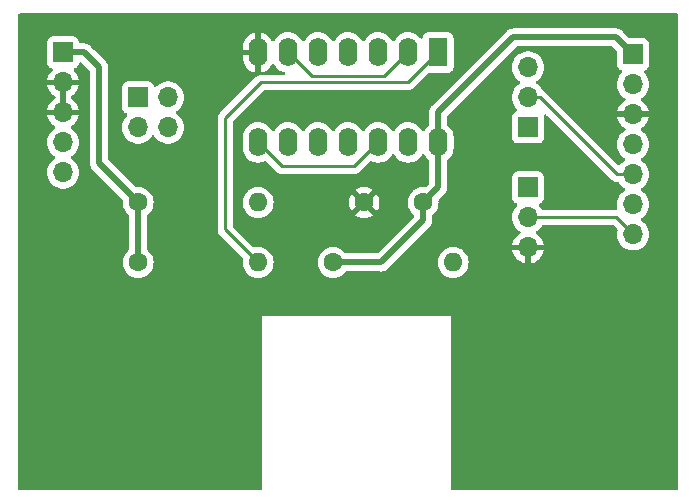
<source format=gbl>
G04 #@! TF.GenerationSoftware,KiCad,Pcbnew,7.0.1-0*
G04 #@! TF.CreationDate,2024-06-17T20:01:34+02:00*
G04 #@! TF.ProjectId,1541_Diskettenlocher,31353431-5f44-4697-936b-657474656e6c,0.2.1*
G04 #@! TF.SameCoordinates,Original*
G04 #@! TF.FileFunction,Copper,L2,Bot*
G04 #@! TF.FilePolarity,Positive*
%FSLAX46Y46*%
G04 Gerber Fmt 4.6, Leading zero omitted, Abs format (unit mm)*
G04 Created by KiCad (PCBNEW 7.0.1-0) date 2024-06-17 20:01:34*
%MOMM*%
%LPD*%
G01*
G04 APERTURE LIST*
G04 #@! TA.AperFunction,ComponentPad*
%ADD10R,1.700000X1.700000*%
G04 #@! TD*
G04 #@! TA.AperFunction,ComponentPad*
%ADD11O,1.700000X1.700000*%
G04 #@! TD*
G04 #@! TA.AperFunction,ComponentPad*
%ADD12C,1.600000*%
G04 #@! TD*
G04 #@! TA.AperFunction,ComponentPad*
%ADD13O,1.600000X1.600000*%
G04 #@! TD*
G04 #@! TA.AperFunction,ComponentPad*
%ADD14R,1.600000X2.400000*%
G04 #@! TD*
G04 #@! TA.AperFunction,ComponentPad*
%ADD15O,1.600000X2.400000*%
G04 #@! TD*
G04 #@! TA.AperFunction,ViaPad*
%ADD16C,0.600000*%
G04 #@! TD*
G04 #@! TA.AperFunction,Conductor*
%ADD17C,0.508000*%
G04 #@! TD*
G04 #@! TA.AperFunction,Conductor*
%ADD18C,0.254000*%
G04 #@! TD*
G04 APERTURE END LIST*
D10*
X110490000Y-126985000D03*
D11*
X110490000Y-124445000D03*
X110490000Y-121905000D03*
D12*
X93980000Y-138430000D03*
D13*
X104140000Y-138430000D03*
D10*
X119380000Y-120808000D03*
D11*
X119380000Y-123348000D03*
X119380000Y-125888000D03*
X119380000Y-128428000D03*
X119380000Y-130968000D03*
X119380000Y-133508000D03*
X119380000Y-136048000D03*
D12*
X101600000Y-133350000D03*
X96600000Y-133350000D03*
X77470000Y-133350000D03*
D13*
X87630000Y-133350000D03*
D14*
X102870000Y-120650000D03*
D15*
X100330000Y-120650000D03*
X97790000Y-120650000D03*
X95250000Y-120650000D03*
X92710000Y-120650000D03*
X90170000Y-120650000D03*
X87630000Y-120650000D03*
X87630000Y-128270000D03*
X90170000Y-128270000D03*
X92710000Y-128270000D03*
X95250000Y-128270000D03*
X97790000Y-128270000D03*
X100330000Y-128270000D03*
X102870000Y-128270000D03*
D12*
X77470000Y-138430000D03*
D13*
X87630000Y-138430000D03*
D10*
X77470000Y-124460000D03*
D11*
X80010000Y-124460000D03*
X77470000Y-127000000D03*
X80010000Y-127000000D03*
D10*
X71120000Y-120650000D03*
D11*
X71120000Y-123190000D03*
X71120000Y-125730000D03*
X71120000Y-128270000D03*
X71120000Y-130810000D03*
D10*
X110490000Y-132080000D03*
D11*
X110490000Y-134620000D03*
X110490000Y-137160000D03*
D16*
X99314000Y-124968000D03*
D17*
X102870000Y-132080000D02*
X101600000Y-133350000D01*
X101600000Y-133350000D02*
X101600000Y-134874000D01*
X74168000Y-121920000D02*
X74168000Y-130048000D01*
X98044000Y-138430000D02*
X93980000Y-138430000D01*
X109220000Y-119380000D02*
X117952000Y-119380000D01*
X117952000Y-119380000D02*
X119380000Y-120808000D01*
X77470000Y-133350000D02*
X77470000Y-138430000D01*
X102870000Y-128270000D02*
X102870000Y-132080000D01*
X74168000Y-130048000D02*
X77470000Y-133350000D01*
X102870000Y-125730000D02*
X109220000Y-119380000D01*
X71120000Y-120650000D02*
X72898000Y-120650000D01*
X72898000Y-120650000D02*
X74168000Y-121920000D01*
X101600000Y-134874000D02*
X98044000Y-138430000D01*
X102870000Y-128270000D02*
X102870000Y-125730000D01*
D18*
X102870000Y-120650000D02*
X100330000Y-123190000D01*
X84836000Y-135636000D02*
X87630000Y-138430000D01*
X84836000Y-126238000D02*
X84836000Y-135636000D01*
X87884000Y-123190000D02*
X84836000Y-126238000D01*
X100330000Y-123190000D02*
X87884000Y-123190000D01*
X110490000Y-134620000D02*
X117952000Y-134620000D01*
X117952000Y-134620000D02*
X119380000Y-136048000D01*
X111491000Y-124445000D02*
X110490000Y-124445000D01*
X118014000Y-130968000D02*
X111491000Y-124445000D01*
X119380000Y-130968000D02*
X118014000Y-130968000D01*
X100330000Y-120650000D02*
X98298000Y-122682000D01*
X92202000Y-122682000D02*
X90170000Y-120650000D01*
X98298000Y-122682000D02*
X92202000Y-122682000D01*
X89662000Y-130302000D02*
X87630000Y-128270000D01*
X95758000Y-130302000D02*
X89662000Y-130302000D01*
X95758000Y-130302000D02*
X97790000Y-128270000D01*
G04 #@! TA.AperFunction,Conductor*
G36*
X123128000Y-117364613D02*
G01*
X123173387Y-117410000D01*
X123190000Y-117472000D01*
X123190000Y-157610000D01*
X123173387Y-157672000D01*
X123128000Y-157717387D01*
X123066000Y-157734000D01*
X104124000Y-157734000D01*
X104062000Y-157717387D01*
X104016613Y-157672000D01*
X104000000Y-157610000D01*
X104000000Y-143000000D01*
X88000000Y-143000000D01*
X88000000Y-157610000D01*
X87983387Y-157672000D01*
X87938000Y-157717387D01*
X87876000Y-157734000D01*
X67434000Y-157734000D01*
X67372000Y-157717387D01*
X67326613Y-157672000D01*
X67310000Y-157610000D01*
X67310000Y-130810000D01*
X69756843Y-130810000D01*
X69775435Y-131034363D01*
X69775435Y-131034366D01*
X69775436Y-131034368D01*
X69815447Y-131192368D01*
X69830705Y-131252618D01*
X69921138Y-131458788D01*
X69921140Y-131458791D01*
X70044278Y-131647268D01*
X70196760Y-131812906D01*
X70374424Y-131951189D01*
X70572426Y-132058342D01*
X70785365Y-132131444D01*
X71007431Y-132168500D01*
X71232569Y-132168500D01*
X71454635Y-132131444D01*
X71667574Y-132058342D01*
X71865576Y-131951189D01*
X72043240Y-131812906D01*
X72195722Y-131647268D01*
X72318860Y-131458791D01*
X72409296Y-131252616D01*
X72464564Y-131034368D01*
X72483156Y-130810000D01*
X72464564Y-130585632D01*
X72409296Y-130367384D01*
X72318860Y-130161209D01*
X72195722Y-129972732D01*
X72043240Y-129807094D01*
X71865576Y-129668811D01*
X71829067Y-129649053D01*
X71781563Y-129603474D01*
X71764086Y-129540000D01*
X71781563Y-129476526D01*
X71829067Y-129430946D01*
X71865576Y-129411189D01*
X72043240Y-129272906D01*
X72195722Y-129107268D01*
X72318860Y-128918791D01*
X72409296Y-128712616D01*
X72464564Y-128494368D01*
X72483156Y-128270000D01*
X72464564Y-128045632D01*
X72409296Y-127827384D01*
X72332616Y-127652571D01*
X72318861Y-127621211D01*
X72274982Y-127554049D01*
X72195722Y-127432732D01*
X72043240Y-127267094D01*
X71904956Y-127159462D01*
X71865575Y-127128810D01*
X71822302Y-127105392D01*
X71776663Y-127062842D01*
X71757525Y-127003452D01*
X71769734Y-126942261D01*
X71810198Y-126894763D01*
X71991078Y-126768109D01*
X72158106Y-126601081D01*
X72293600Y-126407576D01*
X72393430Y-126193492D01*
X72450636Y-125980000D01*
X69789364Y-125980000D01*
X69846569Y-126193492D01*
X69946399Y-126407576D01*
X70081893Y-126601081D01*
X70248918Y-126768106D01*
X70429802Y-126894763D01*
X70470265Y-126942261D01*
X70482474Y-127003452D01*
X70463336Y-127062842D01*
X70417698Y-127105392D01*
X70374422Y-127128812D01*
X70196760Y-127267094D01*
X70044279Y-127432730D01*
X69921138Y-127621211D01*
X69851835Y-127779209D01*
X69830704Y-127827384D01*
X69828201Y-127837268D01*
X69775435Y-128045636D01*
X69756843Y-128269999D01*
X69775435Y-128494363D01*
X69775435Y-128494366D01*
X69775436Y-128494368D01*
X69815447Y-128652368D01*
X69830705Y-128712618D01*
X69921138Y-128918788D01*
X69921140Y-128918791D01*
X70044278Y-129107268D01*
X70196760Y-129272906D01*
X70374424Y-129411189D01*
X70374426Y-129411190D01*
X70410931Y-129430946D01*
X70458436Y-129476527D01*
X70475913Y-129540000D01*
X70458436Y-129603473D01*
X70410931Y-129649054D01*
X70374426Y-129668809D01*
X70196760Y-129807094D01*
X70044279Y-129972730D01*
X69921138Y-130161211D01*
X69851835Y-130319209D01*
X69830704Y-130367384D01*
X69786816Y-130540694D01*
X69775435Y-130585636D01*
X69756843Y-130810000D01*
X67310000Y-130810000D01*
X67310000Y-123440000D01*
X69789364Y-123440000D01*
X69846569Y-123653492D01*
X69946399Y-123867576D01*
X70081893Y-124061081D01*
X70248918Y-124228106D01*
X70435031Y-124358425D01*
X70473896Y-124402743D01*
X70487907Y-124460000D01*
X70473896Y-124517257D01*
X70435031Y-124561575D01*
X70248918Y-124691893D01*
X70081890Y-124858921D01*
X69946400Y-125052421D01*
X69846569Y-125266507D01*
X69789364Y-125479999D01*
X69789364Y-125480000D01*
X70870000Y-125480000D01*
X70870000Y-123440000D01*
X71370000Y-123440000D01*
X71370000Y-125480000D01*
X72450636Y-125480000D01*
X72450635Y-125479999D01*
X72393430Y-125266507D01*
X72293599Y-125052421D01*
X72158109Y-124858921D01*
X71991081Y-124691893D01*
X71804968Y-124561575D01*
X71766103Y-124517257D01*
X71752092Y-124460000D01*
X71766103Y-124402743D01*
X71804968Y-124358425D01*
X71991081Y-124228106D01*
X72158106Y-124061081D01*
X72293600Y-123867576D01*
X72393430Y-123653492D01*
X72450636Y-123440000D01*
X71370000Y-123440000D01*
X70870000Y-123440000D01*
X69789364Y-123440000D01*
X67310000Y-123440000D01*
X67310000Y-121548634D01*
X69761500Y-121548634D01*
X69768011Y-121609205D01*
X69819110Y-121746203D01*
X69906738Y-121863261D01*
X70023793Y-121950887D01*
X70023796Y-121950889D01*
X70153382Y-121999222D01*
X70203759Y-122034200D01*
X70231212Y-122089045D01*
X70229023Y-122150338D01*
X70197728Y-122203084D01*
X70081888Y-122318924D01*
X69946400Y-122512421D01*
X69846569Y-122726507D01*
X69789364Y-122939999D01*
X69789364Y-122940000D01*
X72450636Y-122940000D01*
X72450635Y-122939999D01*
X72393430Y-122726507D01*
X72293599Y-122512421D01*
X72158109Y-122318921D01*
X72042272Y-122203084D01*
X72010976Y-122150338D01*
X72008787Y-122089045D01*
X72036240Y-122034200D01*
X72086615Y-121999223D01*
X72216204Y-121950889D01*
X72333261Y-121863261D01*
X72420889Y-121746204D01*
X72455430Y-121653598D01*
X72471988Y-121609205D01*
X72471988Y-121609203D01*
X72471989Y-121609201D01*
X72474073Y-121589807D01*
X72500119Y-121526123D01*
X72556108Y-121486126D01*
X72624801Y-121482136D01*
X72685043Y-121515380D01*
X73032923Y-121863261D01*
X73369181Y-122199519D01*
X73396061Y-122239747D01*
X73405500Y-122287200D01*
X73405500Y-129983418D01*
X73404191Y-130001388D01*
X73400634Y-130025672D01*
X73405028Y-130075896D01*
X73405500Y-130086703D01*
X73405500Y-130092415D01*
X73409159Y-130123731D01*
X73409525Y-130127312D01*
X73416266Y-130204356D01*
X73420619Y-130223992D01*
X73447068Y-130296659D01*
X73448252Y-130300065D01*
X73472587Y-130373504D01*
X73481350Y-130391602D01*
X73523863Y-130456242D01*
X73525798Y-130459279D01*
X73544578Y-130489724D01*
X73565812Y-130524149D01*
X73565813Y-130524150D01*
X73566406Y-130525111D01*
X73579101Y-130540694D01*
X73635375Y-130593786D01*
X73637962Y-130596299D01*
X76134533Y-133092871D01*
X76163374Y-133138141D01*
X76170380Y-133191359D01*
X76156501Y-133349999D01*
X76176456Y-133578084D01*
X76176457Y-133578087D01*
X76234934Y-133796326D01*
X76235717Y-133799246D01*
X76332474Y-134006744D01*
X76332476Y-134006746D01*
X76332477Y-134006749D01*
X76463802Y-134194300D01*
X76625700Y-134356198D01*
X76654625Y-134376452D01*
X76693489Y-134420768D01*
X76707500Y-134478025D01*
X76707500Y-137301975D01*
X76693489Y-137359232D01*
X76654625Y-137403547D01*
X76625700Y-137423802D01*
X76625696Y-137423805D01*
X76463805Y-137585696D01*
X76463802Y-137585699D01*
X76463802Y-137585700D01*
X76413134Y-137658061D01*
X76332474Y-137773255D01*
X76235717Y-137980753D01*
X76176456Y-138201915D01*
X76156501Y-138430000D01*
X76176456Y-138658084D01*
X76235717Y-138879246D01*
X76332474Y-139086744D01*
X76332476Y-139086746D01*
X76332477Y-139086749D01*
X76463802Y-139274300D01*
X76625700Y-139436198D01*
X76813251Y-139567523D01*
X77020757Y-139664284D01*
X77241913Y-139723543D01*
X77470000Y-139743498D01*
X77698087Y-139723543D01*
X77919243Y-139664284D01*
X78126749Y-139567523D01*
X78314300Y-139436198D01*
X78476198Y-139274300D01*
X78607523Y-139086749D01*
X78704284Y-138879243D01*
X78763543Y-138658087D01*
X78783498Y-138430000D01*
X78763543Y-138201913D01*
X78704284Y-137980757D01*
X78607523Y-137773251D01*
X78476198Y-137585700D01*
X78314300Y-137423802D01*
X78285374Y-137403547D01*
X78246511Y-137359232D01*
X78232500Y-137301975D01*
X78232500Y-134478025D01*
X78246511Y-134420768D01*
X78285374Y-134376452D01*
X78314300Y-134356198D01*
X78476198Y-134194300D01*
X78607523Y-134006749D01*
X78704284Y-133799243D01*
X78763543Y-133578087D01*
X78783498Y-133350000D01*
X78763543Y-133121913D01*
X78704284Y-132900757D01*
X78607523Y-132693251D01*
X78476198Y-132505700D01*
X78314300Y-132343802D01*
X78126749Y-132212477D01*
X78126746Y-132212476D01*
X78126744Y-132212474D01*
X77919246Y-132115717D01*
X77919243Y-132115716D01*
X77751287Y-132070712D01*
X77698084Y-132056456D01*
X77469999Y-132036501D01*
X77311359Y-132050380D01*
X77258141Y-132043374D01*
X77212871Y-132014533D01*
X74966819Y-129768481D01*
X74939939Y-129728253D01*
X74930500Y-129680800D01*
X74930500Y-126999999D01*
X76106843Y-126999999D01*
X76125435Y-127224363D01*
X76125435Y-127224366D01*
X76125436Y-127224368D01*
X76178201Y-127432732D01*
X76180705Y-127442618D01*
X76271138Y-127648788D01*
X76271140Y-127648791D01*
X76394278Y-127837268D01*
X76546760Y-128002906D01*
X76724424Y-128141189D01*
X76922426Y-128248342D01*
X77135365Y-128321444D01*
X77357431Y-128358500D01*
X77582569Y-128358500D01*
X77804635Y-128321444D01*
X78017574Y-128248342D01*
X78215576Y-128141189D01*
X78393240Y-128002906D01*
X78545722Y-127837268D01*
X78636192Y-127698793D01*
X78680981Y-127657562D01*
X78739998Y-127642616D01*
X78799016Y-127657561D01*
X78843807Y-127698794D01*
X78934275Y-127837265D01*
X78934277Y-127837267D01*
X78934278Y-127837268D01*
X79086760Y-128002906D01*
X79264424Y-128141189D01*
X79462426Y-128248342D01*
X79675365Y-128321444D01*
X79897431Y-128358500D01*
X80122569Y-128358500D01*
X80344635Y-128321444D01*
X80557574Y-128248342D01*
X80755576Y-128141189D01*
X80933240Y-128002906D01*
X81085722Y-127837268D01*
X81208860Y-127648791D01*
X81299296Y-127442616D01*
X81354564Y-127224368D01*
X81373156Y-127000000D01*
X81354564Y-126775632D01*
X81299296Y-126557384D01*
X81208860Y-126351209D01*
X81121750Y-126217877D01*
X84195765Y-126217877D01*
X84199950Y-126262151D01*
X84200500Y-126273820D01*
X84200500Y-135552150D01*
X84198204Y-135572941D01*
X84200439Y-135644044D01*
X84200500Y-135647939D01*
X84200500Y-135675980D01*
X84201022Y-135680115D01*
X84201937Y-135691749D01*
X84203334Y-135736207D01*
X84209056Y-135755902D01*
X84213001Y-135774948D01*
X84215572Y-135795300D01*
X84231940Y-135836642D01*
X84235722Y-135847689D01*
X84248129Y-135890389D01*
X84258570Y-135908045D01*
X84267127Y-135925513D01*
X84274679Y-135944586D01*
X84300825Y-135980573D01*
X84307225Y-135990315D01*
X84329866Y-136028598D01*
X84329868Y-136028600D01*
X84344363Y-136043095D01*
X84357000Y-136057891D01*
X84369056Y-136074485D01*
X84403328Y-136102838D01*
X84411967Y-136110700D01*
X86321066Y-138019799D01*
X86353160Y-138075386D01*
X86353160Y-138139572D01*
X86336456Y-138201912D01*
X86316501Y-138430000D01*
X86336456Y-138658084D01*
X86395717Y-138879246D01*
X86492474Y-139086744D01*
X86492476Y-139086746D01*
X86492477Y-139086749D01*
X86623802Y-139274300D01*
X86785700Y-139436198D01*
X86973251Y-139567523D01*
X87180757Y-139664284D01*
X87401913Y-139723543D01*
X87630000Y-139743498D01*
X87858087Y-139723543D01*
X88079243Y-139664284D01*
X88286749Y-139567523D01*
X88474300Y-139436198D01*
X88636198Y-139274300D01*
X88767523Y-139086749D01*
X88864284Y-138879243D01*
X88923543Y-138658087D01*
X88943498Y-138430000D01*
X88923543Y-138201913D01*
X88864284Y-137980757D01*
X88767523Y-137773251D01*
X88636198Y-137585700D01*
X88474300Y-137423802D01*
X88286749Y-137292477D01*
X88286746Y-137292476D01*
X88286744Y-137292474D01*
X88079246Y-137195717D01*
X88079243Y-137195716D01*
X87920423Y-137153160D01*
X87858084Y-137136456D01*
X87630000Y-137116501D01*
X87401912Y-137136456D01*
X87339572Y-137153160D01*
X87275386Y-137153160D01*
X87219799Y-137121066D01*
X85507819Y-135409086D01*
X85480939Y-135368858D01*
X85471500Y-135321405D01*
X85471500Y-133350000D01*
X86316501Y-133350000D01*
X86336456Y-133578084D01*
X86336457Y-133578087D01*
X86394934Y-133796326D01*
X86395717Y-133799246D01*
X86492474Y-134006744D01*
X86492476Y-134006746D01*
X86492477Y-134006749D01*
X86623802Y-134194300D01*
X86785700Y-134356198D01*
X86973251Y-134487523D01*
X87180757Y-134584284D01*
X87401913Y-134643543D01*
X87630000Y-134663498D01*
X87858087Y-134643543D01*
X88079243Y-134584284D01*
X88286749Y-134487523D01*
X88370291Y-134429026D01*
X95874526Y-134429026D01*
X95947515Y-134480133D01*
X96153673Y-134576266D01*
X96373397Y-134635141D01*
X96600000Y-134654966D01*
X96826602Y-134635141D01*
X97046326Y-134576266D01*
X97252480Y-134480134D01*
X97325472Y-134429025D01*
X96600001Y-133703553D01*
X96600000Y-133703553D01*
X95874526Y-134429025D01*
X95874526Y-134429026D01*
X88370291Y-134429026D01*
X88474300Y-134356198D01*
X88636198Y-134194300D01*
X88767523Y-134006749D01*
X88864284Y-133799243D01*
X88923543Y-133578087D01*
X88943498Y-133350000D01*
X95295033Y-133350000D01*
X95314858Y-133576602D01*
X95373733Y-133796326D01*
X95469866Y-134002484D01*
X95520972Y-134075471D01*
X95520974Y-134075472D01*
X96246446Y-133350001D01*
X96953553Y-133350001D01*
X97679025Y-134075472D01*
X97730134Y-134002480D01*
X97826266Y-133796326D01*
X97885141Y-133576602D01*
X97904966Y-133350000D01*
X97885141Y-133123397D01*
X97826266Y-132903673D01*
X97730133Y-132697515D01*
X97679025Y-132624526D01*
X96953553Y-133350000D01*
X96953553Y-133350001D01*
X96246446Y-133350001D01*
X96246446Y-133350000D01*
X95520973Y-132624526D01*
X95520973Y-132624527D01*
X95469865Y-132697516D01*
X95373733Y-132903672D01*
X95314858Y-133123397D01*
X95295033Y-133350000D01*
X88943498Y-133350000D01*
X88923543Y-133121913D01*
X88864284Y-132900757D01*
X88767523Y-132693251D01*
X88636198Y-132505700D01*
X88474300Y-132343802D01*
X88370290Y-132270973D01*
X95874526Y-132270973D01*
X96600000Y-132996446D01*
X96600001Y-132996446D01*
X97325472Y-132270974D01*
X97325471Y-132270972D01*
X97252484Y-132219866D01*
X97046326Y-132123733D01*
X96826602Y-132064858D01*
X96600000Y-132045033D01*
X96373397Y-132064858D01*
X96153672Y-132123733D01*
X95947516Y-132219865D01*
X95874527Y-132270973D01*
X95874526Y-132270973D01*
X88370290Y-132270973D01*
X88286749Y-132212477D01*
X88286746Y-132212476D01*
X88286744Y-132212474D01*
X88079246Y-132115717D01*
X88079243Y-132115716D01*
X87911287Y-132070712D01*
X87858084Y-132056456D01*
X87630000Y-132036501D01*
X87401915Y-132056456D01*
X87180753Y-132115717D01*
X86973255Y-132212474D01*
X86905870Y-132259658D01*
X86803064Y-132331644D01*
X86785696Y-132343805D01*
X86623805Y-132505696D01*
X86492474Y-132693255D01*
X86395717Y-132900753D01*
X86336456Y-133121915D01*
X86316501Y-133350000D01*
X85471500Y-133350000D01*
X85471500Y-128727129D01*
X86321500Y-128727129D01*
X86336456Y-128898084D01*
X86395717Y-129119246D01*
X86492474Y-129326744D01*
X86492475Y-129326745D01*
X86492477Y-129326749D01*
X86623802Y-129514300D01*
X86785700Y-129676198D01*
X86973251Y-129807523D01*
X86973254Y-129807524D01*
X86973255Y-129807525D01*
X87064187Y-129849927D01*
X87180757Y-129904284D01*
X87401913Y-129963543D01*
X87630000Y-129983498D01*
X87858087Y-129963543D01*
X88079243Y-129904284D01*
X88195810Y-129849927D01*
X88244608Y-129838362D01*
X88293997Y-129847071D01*
X88335896Y-129874629D01*
X89153341Y-130692074D01*
X89166429Y-130708409D01*
X89218280Y-130757100D01*
X89221078Y-130759811D01*
X89240906Y-130779639D01*
X89244202Y-130782195D01*
X89253075Y-130789773D01*
X89285494Y-130820217D01*
X89303461Y-130830094D01*
X89319724Y-130840776D01*
X89335933Y-130853350D01*
X89376746Y-130871011D01*
X89387232Y-130876148D01*
X89426193Y-130897567D01*
X89426197Y-130897569D01*
X89446067Y-130902670D01*
X89464462Y-130908968D01*
X89483292Y-130917117D01*
X89527219Y-130924073D01*
X89538642Y-130926439D01*
X89581718Y-130937500D01*
X89602226Y-130937500D01*
X89621624Y-130939026D01*
X89641879Y-130942235D01*
X89686150Y-130938050D01*
X89697820Y-130937500D01*
X95674150Y-130937500D01*
X95694941Y-130939795D01*
X95697717Y-130939707D01*
X95697719Y-130939708D01*
X95766043Y-130937561D01*
X95769939Y-130937500D01*
X95797979Y-130937500D01*
X95797983Y-130937500D01*
X95802120Y-130936977D01*
X95813757Y-130936061D01*
X95858205Y-130934665D01*
X95877901Y-130928942D01*
X95896946Y-130924997D01*
X95917299Y-130922427D01*
X95958659Y-130906051D01*
X95969679Y-130902278D01*
X96012393Y-130889869D01*
X96030044Y-130879429D01*
X96047512Y-130870871D01*
X96066588Y-130863319D01*
X96102582Y-130837166D01*
X96112315Y-130830774D01*
X96150598Y-130808134D01*
X96165100Y-130793631D01*
X96179888Y-130781000D01*
X96196487Y-130768942D01*
X96224835Y-130734673D01*
X96232687Y-130726043D01*
X97084105Y-129874626D01*
X97126003Y-129847070D01*
X97175391Y-129838361D01*
X97224185Y-129849926D01*
X97340757Y-129904284D01*
X97561913Y-129963543D01*
X97790000Y-129983498D01*
X98018087Y-129963543D01*
X98239243Y-129904284D01*
X98446749Y-129807523D01*
X98634300Y-129676198D01*
X98796198Y-129514300D01*
X98927523Y-129326749D01*
X98947617Y-129283655D01*
X98993375Y-129231479D01*
X99060000Y-129212059D01*
X99126625Y-129231479D01*
X99172382Y-129283655D01*
X99192477Y-129326749D01*
X99323802Y-129514300D01*
X99485700Y-129676198D01*
X99673251Y-129807523D01*
X99673254Y-129807524D01*
X99673255Y-129807525D01*
X99764187Y-129849927D01*
X99880757Y-129904284D01*
X100101913Y-129963543D01*
X100330000Y-129983498D01*
X100558087Y-129963543D01*
X100779243Y-129904284D01*
X100986749Y-129807523D01*
X101174300Y-129676198D01*
X101336198Y-129514300D01*
X101467523Y-129326749D01*
X101487617Y-129283655D01*
X101533375Y-129231479D01*
X101600000Y-129212059D01*
X101666625Y-129231479D01*
X101712382Y-129283655D01*
X101732477Y-129326749D01*
X101863802Y-129514300D01*
X102025700Y-129676198D01*
X102054625Y-129696452D01*
X102093489Y-129740768D01*
X102107500Y-129798025D01*
X102107500Y-131712800D01*
X102098061Y-131760253D01*
X102071183Y-131800478D01*
X101900756Y-131970905D01*
X101857127Y-132014534D01*
X101811856Y-132043374D01*
X101758639Y-132050380D01*
X101600000Y-132036501D01*
X101371915Y-132056456D01*
X101150753Y-132115717D01*
X100943255Y-132212474D01*
X100875870Y-132259658D01*
X100773064Y-132331644D01*
X100755696Y-132343805D01*
X100593805Y-132505696D01*
X100462474Y-132693255D01*
X100365717Y-132900753D01*
X100306456Y-133121915D01*
X100286501Y-133350000D01*
X100306456Y-133578084D01*
X100306457Y-133578087D01*
X100364934Y-133796326D01*
X100365717Y-133799246D01*
X100462474Y-134006744D01*
X100462476Y-134006746D01*
X100462477Y-134006749D01*
X100593802Y-134194300D01*
X100755700Y-134356198D01*
X100784625Y-134376452D01*
X100823489Y-134420768D01*
X100837500Y-134478025D01*
X100837500Y-134506800D01*
X100828061Y-134554253D01*
X100801181Y-134594481D01*
X97764481Y-137631181D01*
X97724253Y-137658061D01*
X97676800Y-137667500D01*
X95108025Y-137667500D01*
X95050768Y-137653489D01*
X95006452Y-137614625D01*
X94986198Y-137585700D01*
X94824300Y-137423802D01*
X94636749Y-137292477D01*
X94636746Y-137292476D01*
X94636744Y-137292474D01*
X94429246Y-137195717D01*
X94429243Y-137195716D01*
X94270423Y-137153160D01*
X94208084Y-137136456D01*
X93979999Y-137116501D01*
X93751915Y-137136456D01*
X93530753Y-137195717D01*
X93323255Y-137292474D01*
X93323250Y-137292477D01*
X93323251Y-137292477D01*
X93213333Y-137369443D01*
X93135696Y-137423805D01*
X92973805Y-137585696D01*
X92973802Y-137585699D01*
X92973802Y-137585700D01*
X92923134Y-137658061D01*
X92842474Y-137773255D01*
X92745717Y-137980753D01*
X92686456Y-138201915D01*
X92666501Y-138430000D01*
X92686456Y-138658084D01*
X92745717Y-138879246D01*
X92842474Y-139086744D01*
X92842476Y-139086746D01*
X92842477Y-139086749D01*
X92973802Y-139274300D01*
X93135700Y-139436198D01*
X93323251Y-139567523D01*
X93530757Y-139664284D01*
X93751913Y-139723543D01*
X93980000Y-139743498D01*
X94208087Y-139723543D01*
X94429243Y-139664284D01*
X94636749Y-139567523D01*
X94824300Y-139436198D01*
X94986198Y-139274300D01*
X95006452Y-139245374D01*
X95050768Y-139206511D01*
X95108025Y-139192500D01*
X97979418Y-139192500D01*
X97997388Y-139193809D01*
X98001082Y-139194350D01*
X98021672Y-139197366D01*
X98071895Y-139192972D01*
X98082703Y-139192500D01*
X98088412Y-139192500D01*
X98119752Y-139188836D01*
X98123280Y-139188476D01*
X98199240Y-139181831D01*
X98199243Y-139181829D01*
X98200363Y-139181732D01*
X98219984Y-139177382D01*
X98221037Y-139176998D01*
X98221042Y-139176998D01*
X98292757Y-139150895D01*
X98295991Y-139149771D01*
X98368440Y-139125765D01*
X98368447Y-139125760D01*
X98369514Y-139125407D01*
X98387598Y-139116653D01*
X98394848Y-139111884D01*
X98452274Y-139074113D01*
X98455254Y-139072215D01*
X98520149Y-139032188D01*
X98520148Y-139032188D01*
X98521106Y-139031598D01*
X98536687Y-139018905D01*
X98537458Y-139018087D01*
X98537462Y-139018085D01*
X98589820Y-138962587D01*
X98592266Y-138960069D01*
X99122335Y-138430000D01*
X102826501Y-138430000D01*
X102846456Y-138658084D01*
X102905717Y-138879246D01*
X103002474Y-139086744D01*
X103002476Y-139086746D01*
X103002477Y-139086749D01*
X103133802Y-139274300D01*
X103295700Y-139436198D01*
X103483251Y-139567523D01*
X103690757Y-139664284D01*
X103911913Y-139723543D01*
X104140000Y-139743498D01*
X104368087Y-139723543D01*
X104589243Y-139664284D01*
X104796749Y-139567523D01*
X104984300Y-139436198D01*
X105146198Y-139274300D01*
X105277523Y-139086749D01*
X105374284Y-138879243D01*
X105433543Y-138658087D01*
X105453498Y-138430000D01*
X105433543Y-138201913D01*
X105374284Y-137980757D01*
X105277523Y-137773251D01*
X105146198Y-137585700D01*
X104984300Y-137423802D01*
X104964589Y-137410000D01*
X109159364Y-137410000D01*
X109216569Y-137623492D01*
X109316399Y-137837576D01*
X109451893Y-138031081D01*
X109618918Y-138198106D01*
X109812423Y-138333600D01*
X110026507Y-138433430D01*
X110239999Y-138490635D01*
X110240000Y-138490636D01*
X110240000Y-137410000D01*
X110740000Y-137410000D01*
X110740000Y-138490635D01*
X110953492Y-138433430D01*
X111167576Y-138333600D01*
X111361081Y-138198106D01*
X111528106Y-138031081D01*
X111663600Y-137837576D01*
X111763430Y-137623492D01*
X111820636Y-137410000D01*
X110740000Y-137410000D01*
X110240000Y-137410000D01*
X109159364Y-137410000D01*
X104964589Y-137410000D01*
X104796749Y-137292477D01*
X104796746Y-137292476D01*
X104796744Y-137292474D01*
X104589246Y-137195717D01*
X104589243Y-137195716D01*
X104430423Y-137153160D01*
X104368084Y-137136456D01*
X104139999Y-137116501D01*
X103911915Y-137136456D01*
X103690753Y-137195717D01*
X103483255Y-137292474D01*
X103483250Y-137292477D01*
X103483251Y-137292477D01*
X103373333Y-137369443D01*
X103295696Y-137423805D01*
X103133805Y-137585696D01*
X103133802Y-137585699D01*
X103133802Y-137585700D01*
X103083134Y-137658061D01*
X103002474Y-137773255D01*
X102905717Y-137980753D01*
X102846456Y-138201915D01*
X102826501Y-138430000D01*
X99122335Y-138430000D01*
X102093504Y-135458832D01*
X102107129Y-135447057D01*
X102126822Y-135432398D01*
X102159239Y-135393762D01*
X102166527Y-135385809D01*
X102170573Y-135381765D01*
X102190151Y-135357002D01*
X102192355Y-135354297D01*
X102241396Y-135295853D01*
X102241398Y-135295847D01*
X102242126Y-135294981D01*
X102252916Y-135278043D01*
X102253390Y-135277026D01*
X102253395Y-135277020D01*
X102285630Y-135207889D01*
X102287187Y-135204675D01*
X102321394Y-135136566D01*
X102321394Y-135136563D01*
X102321902Y-135135553D01*
X102328494Y-135116588D01*
X102328723Y-135115477D01*
X102328725Y-135115474D01*
X102344146Y-135040781D01*
X102344924Y-135037279D01*
X102362500Y-134963123D01*
X102362500Y-134963120D01*
X102362758Y-134962031D01*
X102364801Y-134942038D01*
X102364768Y-134940912D01*
X102364769Y-134940909D01*
X102362551Y-134864710D01*
X102362500Y-134861106D01*
X102362500Y-134619999D01*
X109126843Y-134619999D01*
X109145435Y-134844363D01*
X109145435Y-134844366D01*
X109145436Y-134844368D01*
X109195180Y-135040803D01*
X109200705Y-135062618D01*
X109291138Y-135268788D01*
X109291140Y-135268791D01*
X109414278Y-135457268D01*
X109566760Y-135622906D01*
X109744424Y-135761189D01*
X109787697Y-135784607D01*
X109833336Y-135827156D01*
X109852475Y-135886545D01*
X109840267Y-135947737D01*
X109799803Y-135995236D01*
X109618918Y-136121893D01*
X109451890Y-136288921D01*
X109316400Y-136482421D01*
X109216569Y-136696507D01*
X109159364Y-136909999D01*
X109159364Y-136910000D01*
X111820636Y-136910000D01*
X111820635Y-136909999D01*
X111763430Y-136696507D01*
X111663599Y-136482421D01*
X111528109Y-136288921D01*
X111361081Y-136121893D01*
X111180197Y-135995236D01*
X111139733Y-135947737D01*
X111127525Y-135886545D01*
X111146664Y-135827156D01*
X111192302Y-135784607D01*
X111235576Y-135761189D01*
X111413240Y-135622906D01*
X111565722Y-135457268D01*
X111660839Y-135311679D01*
X111705631Y-135270445D01*
X111764649Y-135255500D01*
X117637406Y-135255500D01*
X117684859Y-135264939D01*
X117725087Y-135291819D01*
X118030365Y-135597097D01*
X118062235Y-135651860D01*
X118062890Y-135715218D01*
X118035435Y-135823636D01*
X118016843Y-136047999D01*
X118035435Y-136272363D01*
X118090705Y-136490618D01*
X118181138Y-136696788D01*
X118181140Y-136696791D01*
X118304278Y-136885268D01*
X118456760Y-137050906D01*
X118634424Y-137189189D01*
X118832426Y-137296342D01*
X119045365Y-137369444D01*
X119267431Y-137406500D01*
X119492569Y-137406500D01*
X119714635Y-137369444D01*
X119927574Y-137296342D01*
X120125576Y-137189189D01*
X120303240Y-137050906D01*
X120455722Y-136885268D01*
X120578860Y-136696791D01*
X120669296Y-136490616D01*
X120724564Y-136272368D01*
X120743156Y-136048000D01*
X120724564Y-135823632D01*
X120669296Y-135605384D01*
X120592616Y-135430571D01*
X120578861Y-135399211D01*
X120575313Y-135393780D01*
X120455722Y-135210732D01*
X120303240Y-135045094D01*
X120125576Y-134906811D01*
X120089067Y-134887053D01*
X120041563Y-134841474D01*
X120024086Y-134778000D01*
X120041563Y-134714526D01*
X120089067Y-134668946D01*
X120125576Y-134649189D01*
X120303240Y-134510906D01*
X120455722Y-134345268D01*
X120578860Y-134156791D01*
X120669296Y-133950616D01*
X120724564Y-133732368D01*
X120743156Y-133508000D01*
X120724564Y-133283632D01*
X120669296Y-133065384D01*
X120578860Y-132859209D01*
X120455722Y-132670732D01*
X120303240Y-132505094D01*
X120125576Y-132366811D01*
X120089067Y-132347053D01*
X120041563Y-132301474D01*
X120024086Y-132238000D01*
X120041563Y-132174526D01*
X120089067Y-132128946D01*
X120125576Y-132109189D01*
X120303240Y-131970906D01*
X120455722Y-131805268D01*
X120578860Y-131616791D01*
X120669296Y-131410616D01*
X120724564Y-131192368D01*
X120743156Y-130968000D01*
X120724564Y-130743632D01*
X120669296Y-130525384D01*
X120578860Y-130319209D01*
X120455722Y-130130732D01*
X120303240Y-129965094D01*
X120125576Y-129826811D01*
X120089067Y-129807053D01*
X120041563Y-129761474D01*
X120024086Y-129698000D01*
X120041563Y-129634526D01*
X120089067Y-129588946D01*
X120125576Y-129569189D01*
X120303240Y-129430906D01*
X120455722Y-129265268D01*
X120578860Y-129076791D01*
X120669296Y-128870616D01*
X120724564Y-128652368D01*
X120743156Y-128428000D01*
X120724564Y-128203632D01*
X120669296Y-127985384D01*
X120578860Y-127779209D01*
X120455722Y-127590732D01*
X120303240Y-127425094D01*
X120153469Y-127308521D01*
X120125575Y-127286810D01*
X120082302Y-127263392D01*
X120036663Y-127220842D01*
X120017525Y-127161452D01*
X120029734Y-127100261D01*
X120070198Y-127052763D01*
X120251078Y-126926109D01*
X120418106Y-126759081D01*
X120553600Y-126565576D01*
X120653430Y-126351492D01*
X120710636Y-126138000D01*
X118049364Y-126138000D01*
X118106569Y-126351492D01*
X118206399Y-126565576D01*
X118341893Y-126759081D01*
X118508918Y-126926106D01*
X118689802Y-127052763D01*
X118730265Y-127100261D01*
X118742474Y-127161452D01*
X118723336Y-127220842D01*
X118677698Y-127263392D01*
X118634422Y-127286812D01*
X118456760Y-127425094D01*
X118304279Y-127590730D01*
X118181138Y-127779211D01*
X118090705Y-127985381D01*
X118035435Y-128203636D01*
X118016843Y-128428000D01*
X118035435Y-128652363D01*
X118035435Y-128652366D01*
X118035436Y-128652368D01*
X118050693Y-128712618D01*
X118090705Y-128870618D01*
X118181138Y-129076788D01*
X118181140Y-129076791D01*
X118304278Y-129265268D01*
X118456760Y-129430906D01*
X118634424Y-129569189D01*
X118634426Y-129569190D01*
X118670931Y-129588946D01*
X118718436Y-129634527D01*
X118735913Y-129698000D01*
X118718436Y-129761473D01*
X118670931Y-129807054D01*
X118634426Y-129826809D01*
X118456757Y-129965096D01*
X118304278Y-130130730D01*
X118297376Y-130141296D01*
X118258139Y-130179335D01*
X118206359Y-130196813D01*
X118152095Y-130190333D01*
X118105887Y-130161155D01*
X115073544Y-127128812D01*
X111999658Y-124054925D01*
X111986575Y-124038596D01*
X111934718Y-123989898D01*
X111931921Y-123987187D01*
X111912095Y-123967361D01*
X111908796Y-123964802D01*
X111899917Y-123957218D01*
X111867509Y-123926784D01*
X111859793Y-123922543D01*
X111849531Y-123916901D01*
X111833274Y-123906222D01*
X111817067Y-123893650D01*
X111776254Y-123875988D01*
X111765769Y-123870852D01*
X111744466Y-123859141D01*
X111712698Y-123834159D01*
X111690649Y-123800288D01*
X111688860Y-123796209D01*
X111565722Y-123607732D01*
X111413240Y-123442094D01*
X111235576Y-123303811D01*
X111235575Y-123303810D01*
X111199067Y-123284053D01*
X111151562Y-123238471D01*
X111134086Y-123174997D01*
X111151564Y-123111523D01*
X111199067Y-123065946D01*
X111235576Y-123046189D01*
X111413240Y-122907906D01*
X111565722Y-122742268D01*
X111688860Y-122553791D01*
X111779296Y-122347616D01*
X111834564Y-122129368D01*
X111853156Y-121905000D01*
X111834564Y-121680632D01*
X111779296Y-121462384D01*
X111688860Y-121256209D01*
X111565722Y-121067732D01*
X111413240Y-120902094D01*
X111235576Y-120763811D01*
X111037574Y-120656658D01*
X111037573Y-120656657D01*
X111037572Y-120656657D01*
X110824636Y-120583556D01*
X110602569Y-120546500D01*
X110377431Y-120546500D01*
X110155363Y-120583556D01*
X109942427Y-120656657D01*
X109744424Y-120763811D01*
X109566760Y-120902094D01*
X109414279Y-121067730D01*
X109291138Y-121256211D01*
X109200705Y-121462381D01*
X109200704Y-121462384D01*
X109163525Y-121609201D01*
X109145435Y-121680636D01*
X109126843Y-121905000D01*
X109145435Y-122129363D01*
X109145435Y-122129366D01*
X109145436Y-122129368D01*
X109200065Y-122345094D01*
X109200705Y-122347618D01*
X109291138Y-122553788D01*
X109301450Y-122569572D01*
X109414278Y-122742268D01*
X109566760Y-122907906D01*
X109744424Y-123046189D01*
X109780930Y-123065945D01*
X109828435Y-123111524D01*
X109845913Y-123174997D01*
X109828437Y-123238471D01*
X109780933Y-123284052D01*
X109744427Y-123303809D01*
X109744425Y-123303810D01*
X109744424Y-123303811D01*
X109667356Y-123363796D01*
X109566760Y-123442094D01*
X109414279Y-123607730D01*
X109291138Y-123796211D01*
X109203157Y-123996791D01*
X109200704Y-124002384D01*
X109187399Y-124054925D01*
X109145435Y-124220636D01*
X109126843Y-124445000D01*
X109145435Y-124669363D01*
X109145435Y-124669366D01*
X109145436Y-124669368D01*
X109193437Y-124858921D01*
X109200705Y-124887618D01*
X109291138Y-125093788D01*
X109414281Y-125282273D01*
X109559489Y-125440009D01*
X109588263Y-125492761D01*
X109588856Y-125552848D01*
X109561129Y-125606158D01*
X109511595Y-125640173D01*
X109393795Y-125684111D01*
X109276738Y-125771738D01*
X109189110Y-125888796D01*
X109138011Y-126025794D01*
X109131500Y-126086366D01*
X109131500Y-127883634D01*
X109138011Y-127944205D01*
X109189110Y-128081203D01*
X109276738Y-128198261D01*
X109393796Y-128285889D01*
X109530794Y-128336988D01*
X109530797Y-128336988D01*
X109530799Y-128336989D01*
X109591362Y-128343500D01*
X111388634Y-128343500D01*
X111388638Y-128343500D01*
X111449201Y-128336989D01*
X111449203Y-128336988D01*
X111449205Y-128336988D01*
X111527124Y-128307924D01*
X111586204Y-128285889D01*
X111703261Y-128198261D01*
X111790889Y-128081204D01*
X111820093Y-128002905D01*
X111841988Y-127944205D01*
X111841988Y-127944203D01*
X111841989Y-127944201D01*
X111848500Y-127883638D01*
X111848500Y-126086362D01*
X111841989Y-126025799D01*
X111841988Y-126025798D01*
X111840324Y-126010312D01*
X111842380Y-126010090D01*
X111838562Y-125965641D01*
X111867888Y-125905995D01*
X111923801Y-125870061D01*
X111990239Y-125868163D01*
X112048113Y-125900846D01*
X117505341Y-131358074D01*
X117518429Y-131374409D01*
X117570280Y-131423100D01*
X117573078Y-131425811D01*
X117592906Y-131445639D01*
X117596202Y-131448195D01*
X117605075Y-131455773D01*
X117637494Y-131486217D01*
X117655464Y-131496096D01*
X117671723Y-131506775D01*
X117687933Y-131519349D01*
X117728756Y-131537014D01*
X117739223Y-131542143D01*
X117778197Y-131563569D01*
X117798062Y-131568669D01*
X117816462Y-131574968D01*
X117835292Y-131583117D01*
X117879219Y-131590073D01*
X117890646Y-131592440D01*
X117933718Y-131603500D01*
X117954226Y-131603500D01*
X117973624Y-131605026D01*
X117993879Y-131608235D01*
X118038150Y-131604050D01*
X118049820Y-131603500D01*
X118105351Y-131603500D01*
X118164369Y-131618445D01*
X118209160Y-131659679D01*
X118304278Y-131805268D01*
X118456760Y-131970906D01*
X118634424Y-132109189D01*
X118670930Y-132128945D01*
X118718435Y-132174524D01*
X118735913Y-132237997D01*
X118718437Y-132301471D01*
X118670933Y-132347052D01*
X118634427Y-132366809D01*
X118456760Y-132505094D01*
X118304279Y-132670730D01*
X118181138Y-132859211D01*
X118102187Y-133039205D01*
X118090704Y-133065384D01*
X118035436Y-133283632D01*
X118035435Y-133283636D01*
X118016843Y-133508000D01*
X118035435Y-133732365D01*
X118059618Y-133827864D01*
X118061339Y-133880883D01*
X118040746Y-133929770D01*
X118001607Y-133965577D01*
X117951086Y-133981752D01*
X117927854Y-133983949D01*
X117916180Y-133984500D01*
X111764649Y-133984500D01*
X111705631Y-133969555D01*
X111660840Y-133928321D01*
X111565720Y-133782729D01*
X111420510Y-133624990D01*
X111391736Y-133572238D01*
X111391143Y-133512151D01*
X111418870Y-133458840D01*
X111468401Y-133424827D01*
X111586204Y-133380889D01*
X111703261Y-133293261D01*
X111790889Y-133176204D01*
X111832223Y-133065384D01*
X111841988Y-133039205D01*
X111841988Y-133039203D01*
X111841989Y-133039201D01*
X111848500Y-132978638D01*
X111848500Y-131181362D01*
X111841989Y-131120799D01*
X111841988Y-131120797D01*
X111841988Y-131120794D01*
X111790889Y-130983796D01*
X111703261Y-130866738D01*
X111586203Y-130779110D01*
X111449205Y-130728011D01*
X111418919Y-130724755D01*
X111388638Y-130721500D01*
X109591362Y-130721500D01*
X109564445Y-130724393D01*
X109530794Y-130728011D01*
X109393796Y-130779110D01*
X109276738Y-130866738D01*
X109189110Y-130983796D01*
X109138011Y-131120794D01*
X109131500Y-131181366D01*
X109131500Y-132978634D01*
X109138011Y-133039205D01*
X109189110Y-133176203D01*
X109276738Y-133293261D01*
X109393793Y-133380887D01*
X109393796Y-133380889D01*
X109511596Y-133424826D01*
X109561129Y-133458840D01*
X109588856Y-133512151D01*
X109588263Y-133572237D01*
X109559490Y-133624990D01*
X109414279Y-133782730D01*
X109291138Y-133971211D01*
X109200705Y-134177381D01*
X109200704Y-134177384D01*
X109196420Y-134194303D01*
X109145435Y-134395636D01*
X109126843Y-134619999D01*
X102362500Y-134619999D01*
X102362500Y-134478025D01*
X102376511Y-134420768D01*
X102415374Y-134376452D01*
X102444300Y-134356198D01*
X102606198Y-134194300D01*
X102737523Y-134006749D01*
X102834284Y-133799243D01*
X102893543Y-133578087D01*
X102913498Y-133350000D01*
X102899618Y-133191357D01*
X102906624Y-133138142D01*
X102935463Y-133092873D01*
X103363504Y-132664832D01*
X103377129Y-132653057D01*
X103396822Y-132638398D01*
X103429239Y-132599762D01*
X103436527Y-132591809D01*
X103440573Y-132587765D01*
X103460151Y-132563002D01*
X103462355Y-132560297D01*
X103511396Y-132501853D01*
X103511398Y-132501847D01*
X103512126Y-132500981D01*
X103522916Y-132484043D01*
X103523390Y-132483026D01*
X103523395Y-132483020D01*
X103555630Y-132413889D01*
X103557187Y-132410675D01*
X103589139Y-132347055D01*
X103591394Y-132342566D01*
X103591394Y-132342563D01*
X103591902Y-132341553D01*
X103598494Y-132322588D01*
X103598723Y-132321477D01*
X103598725Y-132321474D01*
X103614146Y-132246781D01*
X103614924Y-132243279D01*
X103632500Y-132169123D01*
X103632500Y-132169120D01*
X103632758Y-132168031D01*
X103634801Y-132148038D01*
X103634768Y-132146912D01*
X103634769Y-132146909D01*
X103632551Y-132070710D01*
X103632500Y-132067106D01*
X103632500Y-129798025D01*
X103646511Y-129740768D01*
X103685374Y-129696452D01*
X103714300Y-129676198D01*
X103876198Y-129514300D01*
X104007523Y-129326749D01*
X104104284Y-129119243D01*
X104163543Y-128898087D01*
X104178500Y-128727127D01*
X104178500Y-127812873D01*
X104163543Y-127641913D01*
X104104284Y-127420757D01*
X104007523Y-127213251D01*
X103876198Y-127025700D01*
X103714300Y-126863802D01*
X103685374Y-126843547D01*
X103646511Y-126799232D01*
X103632500Y-126741975D01*
X103632500Y-126097199D01*
X103641939Y-126049746D01*
X103668819Y-126009518D01*
X109499519Y-120178819D01*
X109539747Y-120151939D01*
X109587200Y-120142500D01*
X117584801Y-120142500D01*
X117632254Y-120151939D01*
X117672482Y-120178819D01*
X117985181Y-120491518D01*
X118012061Y-120531746D01*
X118021500Y-120579199D01*
X118021500Y-121706634D01*
X118028011Y-121767205D01*
X118079110Y-121904203D01*
X118166738Y-122021261D01*
X118283793Y-122108887D01*
X118283796Y-122108889D01*
X118401596Y-122152826D01*
X118451129Y-122186840D01*
X118478856Y-122240151D01*
X118478263Y-122300237D01*
X118449490Y-122352990D01*
X118304279Y-122510730D01*
X118181138Y-122699211D01*
X118090705Y-122905381D01*
X118090704Y-122905384D01*
X118081938Y-122939999D01*
X118035435Y-123123636D01*
X118016843Y-123347999D01*
X118035435Y-123572363D01*
X118035435Y-123572366D01*
X118035436Y-123572368D01*
X118090704Y-123790616D01*
X118099393Y-123810426D01*
X118181138Y-123996788D01*
X118181140Y-123996791D01*
X118304278Y-124185268D01*
X118456760Y-124350906D01*
X118634424Y-124489189D01*
X118677697Y-124512607D01*
X118723336Y-124555156D01*
X118742475Y-124614545D01*
X118730267Y-124675737D01*
X118689803Y-124723236D01*
X118508918Y-124849893D01*
X118341890Y-125016921D01*
X118206400Y-125210421D01*
X118106569Y-125424507D01*
X118049364Y-125637999D01*
X118049364Y-125638000D01*
X120710636Y-125638000D01*
X120710635Y-125637999D01*
X120653430Y-125424507D01*
X120553599Y-125210421D01*
X120418109Y-125016921D01*
X120251081Y-124849893D01*
X120070197Y-124723236D01*
X120029733Y-124675737D01*
X120017525Y-124614545D01*
X120036664Y-124555156D01*
X120082302Y-124512607D01*
X120125576Y-124489189D01*
X120303240Y-124350906D01*
X120455722Y-124185268D01*
X120578860Y-123996791D01*
X120669296Y-123790616D01*
X120724564Y-123572368D01*
X120743156Y-123348000D01*
X120724564Y-123123632D01*
X120669296Y-122905384D01*
X120578860Y-122699209D01*
X120455722Y-122510732D01*
X120455721Y-122510731D01*
X120455718Y-122510726D01*
X120310510Y-122352990D01*
X120281736Y-122300238D01*
X120281143Y-122240151D01*
X120308870Y-122186840D01*
X120358401Y-122152827D01*
X120476204Y-122108889D01*
X120593261Y-122021261D01*
X120680889Y-121904204D01*
X120731989Y-121767201D01*
X120738500Y-121706638D01*
X120738500Y-119909362D01*
X120731989Y-119848799D01*
X120731988Y-119848797D01*
X120731988Y-119848794D01*
X120680889Y-119711796D01*
X120593261Y-119594738D01*
X120476203Y-119507110D01*
X120339205Y-119456011D01*
X120308919Y-119452755D01*
X120278638Y-119449500D01*
X120278634Y-119449500D01*
X119151200Y-119449500D01*
X119103747Y-119440061D01*
X119063519Y-119413181D01*
X118536837Y-118886499D01*
X118525055Y-118872866D01*
X118510397Y-118853177D01*
X118471773Y-118820768D01*
X118463793Y-118813455D01*
X118459766Y-118809428D01*
X118459765Y-118809427D01*
X118435017Y-118789859D01*
X118432273Y-118787624D01*
X118373853Y-118738604D01*
X118373851Y-118738603D01*
X118372985Y-118737876D01*
X118356036Y-118727078D01*
X118285914Y-118694380D01*
X118282668Y-118692808D01*
X118213565Y-118658103D01*
X118194576Y-118651502D01*
X118118841Y-118635864D01*
X118115323Y-118635084D01*
X118040032Y-118617241D01*
X118020038Y-118615198D01*
X117952705Y-118617157D01*
X117942710Y-118617448D01*
X117939106Y-118617500D01*
X109284582Y-118617500D01*
X109266612Y-118616191D01*
X109253241Y-118614232D01*
X109242328Y-118612634D01*
X109242327Y-118612634D01*
X109192106Y-118617028D01*
X109181299Y-118617500D01*
X109175587Y-118617500D01*
X109144256Y-118621161D01*
X109140674Y-118621527D01*
X109063643Y-118628267D01*
X109044009Y-118632619D01*
X108971325Y-118659073D01*
X108967922Y-118660256D01*
X108894497Y-118684586D01*
X108876395Y-118693351D01*
X108811765Y-118735858D01*
X108808727Y-118737793D01*
X108742902Y-118778396D01*
X108727303Y-118791103D01*
X108674229Y-118847357D01*
X108671717Y-118849943D01*
X102376500Y-125145160D01*
X102362870Y-125156939D01*
X102343177Y-125171600D01*
X102310762Y-125210230D01*
X102303471Y-125218189D01*
X102299428Y-125222232D01*
X102279859Y-125246980D01*
X102277586Y-125249770D01*
X102227882Y-125309006D01*
X102217074Y-125325972D01*
X102184392Y-125396057D01*
X102182822Y-125399301D01*
X102148102Y-125468436D01*
X102141501Y-125487429D01*
X102125864Y-125563158D01*
X102125084Y-125566676D01*
X102107241Y-125641967D01*
X102105198Y-125661961D01*
X102107448Y-125739288D01*
X102107500Y-125742894D01*
X102107500Y-126741975D01*
X102093489Y-126799232D01*
X102054625Y-126843547D01*
X102025700Y-126863802D01*
X102025696Y-126863805D01*
X101863805Y-127025696D01*
X101863802Y-127025699D01*
X101863802Y-127025700D01*
X101756000Y-127179658D01*
X101732476Y-127213253D01*
X101712382Y-127256345D01*
X101666625Y-127308521D01*
X101600000Y-127327940D01*
X101533375Y-127308521D01*
X101487618Y-127256345D01*
X101486214Y-127253334D01*
X101467523Y-127213251D01*
X101336198Y-127025700D01*
X101174300Y-126863802D01*
X100986749Y-126732477D01*
X100986746Y-126732476D01*
X100986744Y-126732474D01*
X100779246Y-126635717D01*
X100779243Y-126635716D01*
X100649984Y-126601081D01*
X100558084Y-126576456D01*
X100330000Y-126556501D01*
X100101915Y-126576456D01*
X99880753Y-126635717D01*
X99673255Y-126732474D01*
X99485696Y-126863805D01*
X99323805Y-127025696D01*
X99323802Y-127025699D01*
X99323802Y-127025700D01*
X99216000Y-127179658D01*
X99192476Y-127213253D01*
X99172382Y-127256345D01*
X99126625Y-127308521D01*
X99060000Y-127327940D01*
X98993375Y-127308521D01*
X98947618Y-127256345D01*
X98946214Y-127253334D01*
X98927523Y-127213251D01*
X98796198Y-127025700D01*
X98634300Y-126863802D01*
X98446749Y-126732477D01*
X98446746Y-126732476D01*
X98446744Y-126732474D01*
X98239246Y-126635717D01*
X98239243Y-126635716D01*
X98109984Y-126601081D01*
X98018084Y-126576456D01*
X97790000Y-126556501D01*
X97561915Y-126576456D01*
X97340753Y-126635717D01*
X97133255Y-126732474D01*
X96945696Y-126863805D01*
X96783805Y-127025696D01*
X96783802Y-127025699D01*
X96783802Y-127025700D01*
X96676000Y-127179658D01*
X96652476Y-127213253D01*
X96632382Y-127256345D01*
X96586625Y-127308521D01*
X96520000Y-127327940D01*
X96453375Y-127308521D01*
X96407618Y-127256345D01*
X96406214Y-127253334D01*
X96387523Y-127213251D01*
X96256198Y-127025700D01*
X96094300Y-126863802D01*
X95906749Y-126732477D01*
X95906746Y-126732476D01*
X95906744Y-126732474D01*
X95699246Y-126635717D01*
X95699243Y-126635716D01*
X95569984Y-126601081D01*
X95478084Y-126576456D01*
X95250000Y-126556501D01*
X95021915Y-126576456D01*
X94800753Y-126635717D01*
X94593255Y-126732474D01*
X94405696Y-126863805D01*
X94243805Y-127025696D01*
X94243802Y-127025699D01*
X94243802Y-127025700D01*
X94136000Y-127179658D01*
X94112476Y-127213253D01*
X94092382Y-127256345D01*
X94046625Y-127308521D01*
X93980000Y-127327940D01*
X93913375Y-127308521D01*
X93867618Y-127256345D01*
X93866214Y-127253334D01*
X93847523Y-127213251D01*
X93716198Y-127025700D01*
X93554300Y-126863802D01*
X93366749Y-126732477D01*
X93366746Y-126732476D01*
X93366744Y-126732474D01*
X93159246Y-126635717D01*
X93159243Y-126635716D01*
X93029984Y-126601081D01*
X92938084Y-126576456D01*
X92710000Y-126556501D01*
X92481915Y-126576456D01*
X92260753Y-126635717D01*
X92053255Y-126732474D01*
X91865696Y-126863805D01*
X91703805Y-127025696D01*
X91703802Y-127025699D01*
X91703802Y-127025700D01*
X91596000Y-127179658D01*
X91572476Y-127213253D01*
X91552382Y-127256345D01*
X91506625Y-127308521D01*
X91440000Y-127327940D01*
X91373375Y-127308521D01*
X91327618Y-127256345D01*
X91326214Y-127253334D01*
X91307523Y-127213251D01*
X91176198Y-127025700D01*
X91014300Y-126863802D01*
X90826749Y-126732477D01*
X90826746Y-126732476D01*
X90826744Y-126732474D01*
X90619246Y-126635717D01*
X90619243Y-126635716D01*
X90489984Y-126601081D01*
X90398084Y-126576456D01*
X90170000Y-126556501D01*
X89941915Y-126576456D01*
X89720753Y-126635717D01*
X89513255Y-126732474D01*
X89325696Y-126863805D01*
X89163805Y-127025696D01*
X89163802Y-127025699D01*
X89163802Y-127025700D01*
X89056000Y-127179658D01*
X89032476Y-127213253D01*
X89012382Y-127256345D01*
X88966625Y-127308521D01*
X88900000Y-127327940D01*
X88833375Y-127308521D01*
X88787618Y-127256345D01*
X88786214Y-127253334D01*
X88767523Y-127213251D01*
X88636198Y-127025700D01*
X88474300Y-126863802D01*
X88286749Y-126732477D01*
X88286746Y-126732476D01*
X88286744Y-126732474D01*
X88079246Y-126635717D01*
X88079243Y-126635716D01*
X87949984Y-126601081D01*
X87858084Y-126576456D01*
X87630000Y-126556501D01*
X87401915Y-126576456D01*
X87180753Y-126635717D01*
X86973255Y-126732474D01*
X86785696Y-126863805D01*
X86623805Y-127025696D01*
X86492474Y-127213255D01*
X86395717Y-127420753D01*
X86336456Y-127641915D01*
X86321500Y-127812871D01*
X86321500Y-128727129D01*
X85471500Y-128727129D01*
X85471500Y-126552594D01*
X85480939Y-126505141D01*
X85507819Y-126464913D01*
X88110914Y-123861819D01*
X88151142Y-123834939D01*
X88198595Y-123825500D01*
X100246150Y-123825500D01*
X100266941Y-123827795D01*
X100269717Y-123827707D01*
X100269719Y-123827708D01*
X100338043Y-123825561D01*
X100341939Y-123825500D01*
X100369979Y-123825500D01*
X100369983Y-123825500D01*
X100374120Y-123824977D01*
X100385757Y-123824061D01*
X100430205Y-123822665D01*
X100449901Y-123816942D01*
X100468946Y-123812997D01*
X100489299Y-123810427D01*
X100530659Y-123794051D01*
X100541679Y-123790278D01*
X100584393Y-123777869D01*
X100602044Y-123767429D01*
X100619512Y-123758871D01*
X100638588Y-123751319D01*
X100674582Y-123725166D01*
X100684315Y-123718774D01*
X100722598Y-123696134D01*
X100737100Y-123681631D01*
X100751888Y-123669000D01*
X100768487Y-123656942D01*
X100796845Y-123622662D01*
X100804688Y-123614042D01*
X102023912Y-122394819D01*
X102064141Y-122367939D01*
X102111594Y-122358500D01*
X103718634Y-122358500D01*
X103718638Y-122358500D01*
X103779201Y-122351989D01*
X103779203Y-122351988D01*
X103779205Y-122351988D01*
X103867859Y-122318921D01*
X103916204Y-122300889D01*
X104033261Y-122213261D01*
X104120889Y-122096204D01*
X104157062Y-121999221D01*
X104171988Y-121959205D01*
X104171988Y-121959203D01*
X104171989Y-121959201D01*
X104178500Y-121898638D01*
X104178500Y-119401362D01*
X104171989Y-119340799D01*
X104171988Y-119340797D01*
X104171988Y-119340794D01*
X104120889Y-119203796D01*
X104033261Y-119086738D01*
X103916203Y-118999110D01*
X103779205Y-118948011D01*
X103748919Y-118944755D01*
X103718638Y-118941500D01*
X102021362Y-118941500D01*
X101994445Y-118944393D01*
X101960794Y-118948011D01*
X101823796Y-118999110D01*
X101706738Y-119086738D01*
X101619110Y-119203796D01*
X101568009Y-119340799D01*
X101566429Y-119355501D01*
X101546049Y-119411422D01*
X101501959Y-119451405D01*
X101444318Y-119466237D01*
X101386405Y-119452502D01*
X101341564Y-119413364D01*
X101340204Y-119411422D01*
X101336198Y-119405700D01*
X101174300Y-119243802D01*
X100986749Y-119112477D01*
X100986746Y-119112476D01*
X100986744Y-119112474D01*
X100779246Y-119015717D01*
X100779243Y-119015716D01*
X100612840Y-118971128D01*
X100558084Y-118956456D01*
X100330000Y-118936501D01*
X100101915Y-118956456D01*
X99880753Y-119015717D01*
X99673255Y-119112474D01*
X99485696Y-119243805D01*
X99323805Y-119405696D01*
X99323802Y-119405699D01*
X99323802Y-119405700D01*
X99281414Y-119466237D01*
X99192476Y-119593253D01*
X99172382Y-119636345D01*
X99126625Y-119688521D01*
X99060000Y-119707940D01*
X98993375Y-119688521D01*
X98947618Y-119636345D01*
X98946214Y-119633334D01*
X98927523Y-119593251D01*
X98796198Y-119405700D01*
X98634300Y-119243802D01*
X98446749Y-119112477D01*
X98446746Y-119112476D01*
X98446744Y-119112474D01*
X98239246Y-119015717D01*
X98239243Y-119015716D01*
X98072840Y-118971128D01*
X98018084Y-118956456D01*
X97790000Y-118936501D01*
X97561915Y-118956456D01*
X97340753Y-119015717D01*
X97133255Y-119112474D01*
X96945696Y-119243805D01*
X96783805Y-119405696D01*
X96783802Y-119405699D01*
X96783802Y-119405700D01*
X96741414Y-119466237D01*
X96652476Y-119593253D01*
X96632382Y-119636345D01*
X96586625Y-119688521D01*
X96520000Y-119707940D01*
X96453375Y-119688521D01*
X96407618Y-119636345D01*
X96406214Y-119633334D01*
X96387523Y-119593251D01*
X96256198Y-119405700D01*
X96094300Y-119243802D01*
X95906749Y-119112477D01*
X95906746Y-119112476D01*
X95906744Y-119112474D01*
X95699246Y-119015717D01*
X95699243Y-119015716D01*
X95532840Y-118971128D01*
X95478084Y-118956456D01*
X95250000Y-118936501D01*
X95021915Y-118956456D01*
X94800753Y-119015717D01*
X94593255Y-119112474D01*
X94405696Y-119243805D01*
X94243805Y-119405696D01*
X94243802Y-119405699D01*
X94243802Y-119405700D01*
X94201414Y-119466237D01*
X94112476Y-119593253D01*
X94092382Y-119636345D01*
X94046625Y-119688521D01*
X93980000Y-119707940D01*
X93913375Y-119688521D01*
X93867618Y-119636345D01*
X93866214Y-119633334D01*
X93847523Y-119593251D01*
X93716198Y-119405700D01*
X93554300Y-119243802D01*
X93366749Y-119112477D01*
X93366746Y-119112476D01*
X93366744Y-119112474D01*
X93159246Y-119015717D01*
X93159243Y-119015716D01*
X92992840Y-118971128D01*
X92938084Y-118956456D01*
X92710000Y-118936501D01*
X92481915Y-118956456D01*
X92260753Y-119015717D01*
X92053255Y-119112474D01*
X91865696Y-119243805D01*
X91703805Y-119405696D01*
X91703802Y-119405699D01*
X91703802Y-119405700D01*
X91661414Y-119466237D01*
X91572476Y-119593253D01*
X91552382Y-119636345D01*
X91506625Y-119688521D01*
X91440000Y-119707940D01*
X91373375Y-119688521D01*
X91327618Y-119636345D01*
X91326214Y-119633334D01*
X91307523Y-119593251D01*
X91176198Y-119405700D01*
X91014300Y-119243802D01*
X90826749Y-119112477D01*
X90826746Y-119112476D01*
X90826744Y-119112474D01*
X90619246Y-119015717D01*
X90619243Y-119015716D01*
X90452840Y-118971128D01*
X90398084Y-118956456D01*
X90170000Y-118936501D01*
X89941915Y-118956456D01*
X89720753Y-119015717D01*
X89513255Y-119112474D01*
X89325696Y-119243805D01*
X89163805Y-119405696D01*
X89163802Y-119405699D01*
X89163802Y-119405700D01*
X89032477Y-119593251D01*
X89032476Y-119593253D01*
X89032474Y-119593256D01*
X89007691Y-119646402D01*
X88961934Y-119698577D01*
X88895309Y-119717996D01*
X88828684Y-119698576D01*
X88782927Y-119646400D01*
X88760132Y-119597516D01*
X88629658Y-119411180D01*
X88468819Y-119250341D01*
X88282480Y-119119865D01*
X88076326Y-119023733D01*
X87880000Y-118971128D01*
X87880000Y-122328871D01*
X87886728Y-122334034D01*
X87893615Y-122342715D01*
X87896046Y-122339078D01*
X87947725Y-122310725D01*
X88076326Y-122276266D01*
X88282480Y-122180134D01*
X88468819Y-122049658D01*
X88629658Y-121888819D01*
X88760133Y-121702481D01*
X88782927Y-121653600D01*
X88828683Y-121601423D01*
X88895309Y-121582003D01*
X88961934Y-121601422D01*
X89007692Y-121653598D01*
X89032475Y-121706746D01*
X89032476Y-121706748D01*
X89032477Y-121706749D01*
X89163802Y-121894300D01*
X89325700Y-122056198D01*
X89513251Y-122187523D01*
X89513254Y-122187524D01*
X89513255Y-122187525D01*
X89604187Y-122229927D01*
X89720757Y-122284284D01*
X89819436Y-122310725D01*
X89871115Y-122339078D01*
X89903864Y-122388090D01*
X89910281Y-122446685D01*
X89888917Y-122501624D01*
X89844599Y-122540489D01*
X89787342Y-122554500D01*
X87979819Y-122554500D01*
X87922562Y-122540489D01*
X87896310Y-122517467D01*
X87873130Y-122539861D01*
X87815139Y-122556349D01*
X87783795Y-122557334D01*
X87764097Y-122563057D01*
X87745052Y-122567001D01*
X87724700Y-122569572D01*
X87683361Y-122585939D01*
X87672317Y-122589720D01*
X87629606Y-122602130D01*
X87611950Y-122612572D01*
X87594483Y-122621129D01*
X87575415Y-122628679D01*
X87539433Y-122654820D01*
X87529676Y-122661229D01*
X87491402Y-122683865D01*
X87476901Y-122698366D01*
X87462112Y-122710996D01*
X87445514Y-122723055D01*
X87417159Y-122757330D01*
X87409298Y-122765968D01*
X84445922Y-125729343D01*
X84429593Y-125742426D01*
X84380898Y-125794281D01*
X84378190Y-125797076D01*
X84358359Y-125816907D01*
X84355798Y-125820209D01*
X84348219Y-125829082D01*
X84317781Y-125861495D01*
X84307901Y-125879467D01*
X84297224Y-125895721D01*
X84284649Y-125911932D01*
X84266986Y-125952748D01*
X84261850Y-125963232D01*
X84240430Y-126002196D01*
X84235330Y-126022061D01*
X84229029Y-126040464D01*
X84220882Y-126059290D01*
X84213926Y-126103212D01*
X84211558Y-126114650D01*
X84200500Y-126157719D01*
X84200500Y-126178226D01*
X84198973Y-126197625D01*
X84195765Y-126217877D01*
X81121750Y-126217877D01*
X81085722Y-126162732D01*
X80933240Y-125997094D01*
X80755576Y-125858811D01*
X80719067Y-125839053D01*
X80671563Y-125793474D01*
X80654086Y-125730000D01*
X80671563Y-125666526D01*
X80719067Y-125620946D01*
X80755576Y-125601189D01*
X80933240Y-125462906D01*
X81085722Y-125297268D01*
X81208860Y-125108791D01*
X81299296Y-124902616D01*
X81354564Y-124684368D01*
X81373156Y-124460000D01*
X81354564Y-124235632D01*
X81299296Y-124017384D01*
X81210181Y-123814220D01*
X81208861Y-123811211D01*
X81199059Y-123796208D01*
X81085722Y-123622732D01*
X80933240Y-123457094D01*
X80755576Y-123318811D01*
X80557574Y-123211658D01*
X80557573Y-123211657D01*
X80557572Y-123211657D01*
X80344636Y-123138556D01*
X80122569Y-123101500D01*
X79897431Y-123101500D01*
X79675363Y-123138556D01*
X79462427Y-123211657D01*
X79264424Y-123318811D01*
X79086759Y-123457094D01*
X79023548Y-123525759D01*
X78970924Y-123559612D01*
X78908470Y-123563460D01*
X78852089Y-123536322D01*
X78816138Y-123485110D01*
X78791427Y-123418861D01*
X78770889Y-123363796D01*
X78711194Y-123284053D01*
X78683261Y-123246738D01*
X78566203Y-123159110D01*
X78429205Y-123108011D01*
X78398919Y-123104755D01*
X78368638Y-123101500D01*
X76571362Y-123101500D01*
X76544445Y-123104393D01*
X76510794Y-123108011D01*
X76373796Y-123159110D01*
X76256738Y-123246738D01*
X76169110Y-123363796D01*
X76118011Y-123500794D01*
X76114393Y-123534445D01*
X76111689Y-123559612D01*
X76111500Y-123561366D01*
X76111500Y-125358634D01*
X76118011Y-125419205D01*
X76169110Y-125556203D01*
X76256738Y-125673261D01*
X76373793Y-125760887D01*
X76373796Y-125760889D01*
X76491596Y-125804826D01*
X76541129Y-125838840D01*
X76568856Y-125892151D01*
X76568263Y-125952237D01*
X76539490Y-126004990D01*
X76394279Y-126162730D01*
X76271138Y-126351211D01*
X76200000Y-126513393D01*
X76180704Y-126557384D01*
X76136365Y-126732474D01*
X76125435Y-126775636D01*
X76106843Y-126999999D01*
X74930500Y-126999999D01*
X74930500Y-121984582D01*
X74931809Y-121966612D01*
X74932894Y-121959201D01*
X74935366Y-121942327D01*
X74930972Y-121892105D01*
X74930500Y-121881298D01*
X74930500Y-121875588D01*
X74929059Y-121863261D01*
X74926835Y-121844237D01*
X74926472Y-121840680D01*
X74920044Y-121767205D01*
X74919830Y-121764759D01*
X74919829Y-121764757D01*
X74919731Y-121763633D01*
X74915382Y-121744012D01*
X74888922Y-121671316D01*
X74887736Y-121667905D01*
X74886328Y-121663655D01*
X74863765Y-121595559D01*
X74863763Y-121595557D01*
X74863409Y-121594486D01*
X74854656Y-121576406D01*
X74836390Y-121548634D01*
X74812140Y-121511765D01*
X74810223Y-121508756D01*
X74804355Y-121499243D01*
X74770188Y-121443850D01*
X74770187Y-121443849D01*
X74769595Y-121442889D01*
X74756903Y-121427310D01*
X74741205Y-121412500D01*
X74700640Y-121374228D01*
X74698053Y-121371715D01*
X74226338Y-120900000D01*
X86330000Y-120900000D01*
X86330000Y-121106765D01*
X86344858Y-121276602D01*
X86403733Y-121496326D01*
X86499865Y-121702480D01*
X86630341Y-121888819D01*
X86791180Y-122049658D01*
X86977519Y-122180134D01*
X87183673Y-122276266D01*
X87379999Y-122328871D01*
X87380000Y-122328872D01*
X87380000Y-120900000D01*
X86330000Y-120900000D01*
X74226338Y-120900000D01*
X73726338Y-120400000D01*
X86330000Y-120400000D01*
X87380000Y-120400000D01*
X87380000Y-118971128D01*
X87379999Y-118971128D01*
X87183673Y-119023733D01*
X86977519Y-119119865D01*
X86791180Y-119250341D01*
X86630341Y-119411180D01*
X86499865Y-119597519D01*
X86403733Y-119803673D01*
X86344858Y-120023397D01*
X86330000Y-120193235D01*
X86330000Y-120400000D01*
X73726338Y-120400000D01*
X73482837Y-120156499D01*
X73471055Y-120142866D01*
X73456397Y-120123177D01*
X73417773Y-120090768D01*
X73409793Y-120083455D01*
X73405766Y-120079428D01*
X73381031Y-120059870D01*
X73378273Y-120057624D01*
X73319853Y-120008604D01*
X73319851Y-120008603D01*
X73318985Y-120007876D01*
X73302036Y-119997078D01*
X73231914Y-119964380D01*
X73228668Y-119962808D01*
X73159565Y-119928103D01*
X73140576Y-119921502D01*
X73064841Y-119905864D01*
X73061323Y-119905084D01*
X72986032Y-119887241D01*
X72966038Y-119885198D01*
X72898705Y-119887157D01*
X72888710Y-119887448D01*
X72885106Y-119887500D01*
X72602500Y-119887500D01*
X72540500Y-119870887D01*
X72495113Y-119825500D01*
X72478500Y-119763500D01*
X72478500Y-119751366D01*
X72478500Y-119751362D01*
X72471989Y-119690799D01*
X72471988Y-119690797D01*
X72471988Y-119690794D01*
X72420889Y-119553796D01*
X72333261Y-119436738D01*
X72216203Y-119349110D01*
X72079205Y-119298011D01*
X72048919Y-119294755D01*
X72018638Y-119291500D01*
X70221362Y-119291500D01*
X70194445Y-119294393D01*
X70160794Y-119298011D01*
X70023796Y-119349110D01*
X69906738Y-119436738D01*
X69819110Y-119553796D01*
X69768011Y-119690794D01*
X69761500Y-119751366D01*
X69761500Y-121548634D01*
X67310000Y-121548634D01*
X67310000Y-117472000D01*
X67326613Y-117410000D01*
X67372000Y-117364613D01*
X67434000Y-117348000D01*
X123066000Y-117348000D01*
X123128000Y-117364613D01*
G37*
G04 #@! TD.AperFunction*
M02*

</source>
